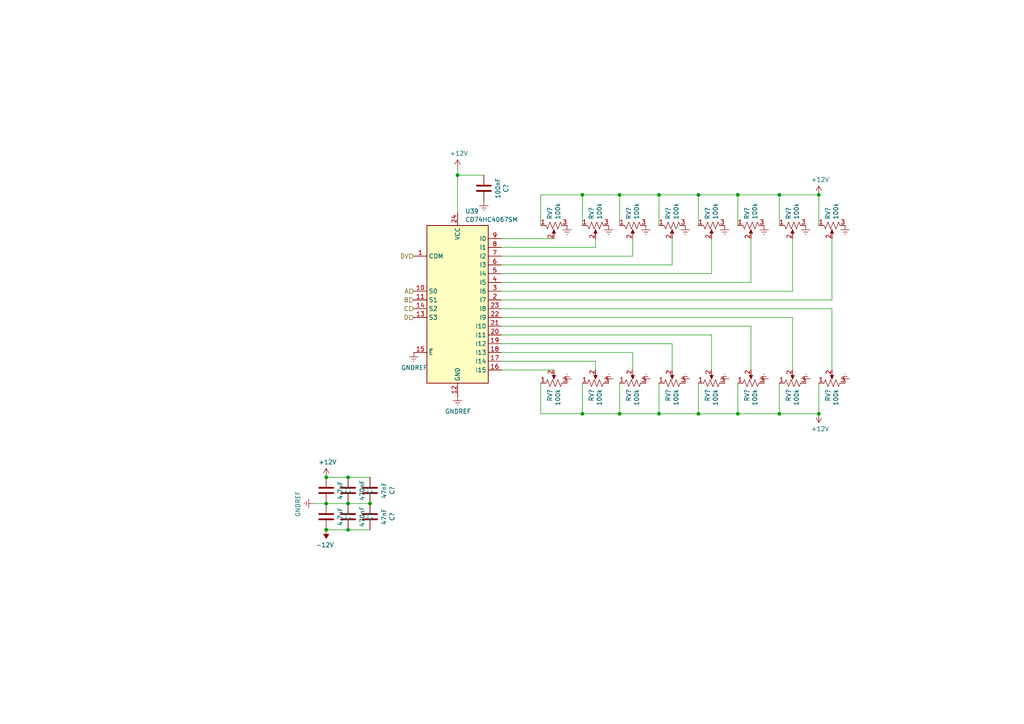
<source format=kicad_sch>
(kicad_sch (version 20230121) (generator eeschema)
  (paper "A4")
  (lib_symbols
    (symbol "74xx:CD74HC4067SM"
      (property "Reference" "U" (at -8.89 22.86 0))
      (property "Value" "CD74HC4067SM" (at 1.27 22.86 0))
      (symbol "CD74HC4067SM_0_1"
        (rectangle (start -8.89 21.59) (end 8.89 -24.13) (stroke (width 0.254)) (fill (type background)))
      )
      (symbol "CD74HC4067SM_1_1"
        (pin passive line (at -12.7 12.7 0) (length 3.81) (name "COM") (number "1"))
        (pin input line (at -12.7 2.54 0) (length 3.81) (name "S0") (number "10"))
        (pin input line (at -12.7 0 0) (length 3.81) (name "S1") (number "11"))
        (pin power_in line (at 0 -27.94 90) (length 3.81) (name "GND") (number "12"))
        (pin input line (at -12.7 -5.08 0) (length 3.81) (name "S3") (number "13"))
        (pin input line (at -12.7 -2.54 0) (length 3.81) (name "S2") (number "14"))
        (pin input line (at -12.7 -15.24 0) (length 3.81) (name "~{E}") (number "15"))
        (pin passive line (at 12.7 -20.32 180) (length 3.81) (name "I15") (number "16"))
        (pin passive line (at 12.7 -17.78 180) (length 3.81) (name "I14") (number "17"))
        (pin passive line (at 12.7 -15.24 180) (length 3.81) (name "I13") (number "18"))
        (pin passive line (at 12.7 -12.7 180) (length 3.81) (name "I12") (number "19"))
        (pin passive line (at 12.7 0 180) (length 3.81) (name "I7") (number "2"))
        (pin passive line (at 12.7 -10.16 180) (length 3.81) (name "I11") (number "20"))
        (pin passive line (at 12.7 -7.62 180) (length 3.81) (name "I10") (number "21"))
        (pin passive line (at 12.7 -5.08 180) (length 3.81) (name "I9") (number "22"))
        (pin passive line (at 12.7 -2.54 180) (length 3.81) (name "I8") (number "23"))
        (pin power_in line (at 0 25.4 270) (length 3.81) (name "VCC") (number "24"))
        (pin passive line (at 12.7 2.54 180) (length 3.81) (name "I6") (number "3"))
        (pin passive line (at 12.7 5.08 180) (length 3.81) (name "I5") (number "4"))
        (pin passive line (at 12.7 7.62 180) (length 3.81) (name "I4") (number "5"))
        (pin passive line (at 12.7 10.16 180) (length 3.81) (name "I3") (number "6"))
        (pin passive line (at 12.7 12.7 180) (length 3.81) (name "I2") (number "7"))
        (pin passive line (at 12.7 15.24 180) (length 3.81) (name "I1") (number "8"))
        (pin passive line (at 12.7 17.78 180) (length 3.81) (name "I0") (number "9"))
      )
    )
    (symbol "Device:C" (pin_numbers hide) (pin_names (offset 0.254))
      (property "Reference" "C" (at 0.635 2.54 0))
      (property "Value" "C" (at 0.635 -2.54 0))
      (symbol "C_0_1"
        (polyline (pts (xy -2.032 -0.762) (xy 2.032 -0.762)) (stroke (width 0.508)))
        (polyline (pts (xy -2.032 0.762) (xy 2.032 0.762)) (stroke (width 0.508)))
      )
      (symbol "C_1_1"
        (pin passive line (at 0 3.81 270) (length 2.794) (name "~") (number "1"))
        (pin passive line (at 0 -3.81 90) (length 2.794) (name "~") (number "2"))
      )
    )
    (symbol "SynthProj-rescue:R_POT_US-Device" (pin_names (offset 1.016) hide)
      (property "Reference" "RV" (at -4.445 0 90))
      (property "Value" "Device_R_POT_US" (at -2.54 0 90))
      (symbol "R_POT_US-Device_0_1"
        (polyline (pts (xy 0 -2.286) (xy 0 -2.54)))
        (polyline (pts (xy 0 2.54) (xy 0 2.286)))
        (polyline (pts (xy 2.54 0) (xy 1.524 0)))
        (polyline (pts (xy 1.143 0) (xy 2.286 0.508) (xy 2.286 -0.508) (xy 1.143 0)) (fill (type outline)))
        (polyline (pts (xy 0 -0.762) (xy 1.016 -1.143) (xy 0 -1.524) (xy -1.016 -1.905) (xy 0 -2.286)))
        (polyline (pts (xy 0 0.762) (xy 1.016 0.381) (xy 0 0) (xy -1.016 -0.381) (xy 0 -0.762)))
        (polyline (pts (xy 0 2.286) (xy 1.016 1.905) (xy 0 1.524) (xy -1.016 1.143) (xy 0 0.762)))
      )
      (symbol "R_POT_US-Device_1_1"
        (pin passive line (at 0 3.81 270) (length 1.27) (name "1") (number "1"))
        (pin passive line (at 3.81 0 180) (length 1.27) (name "2") (number "2"))
        (pin passive line (at 0 -3.81 90) (length 1.27) (name "3") (number "3"))
      )
    )
    (symbol "power:+12V" (power) (pin_names (offset 0))
      (property "Value" "+12V" (at 0 3.556 0))
      (symbol "+12V_0_1"
        (polyline (pts (xy -0.762 1.27) (xy 0 2.54)))
        (polyline (pts (xy 0 0) (xy 0 2.54)))
        (polyline (pts (xy 0 2.54) (xy 0.762 1.27)))
      )
      (symbol "+12V_1_1"
        (pin power_in line (at 0 0 90) (length 0) hide (name "+12V") (number "1"))
      )
    )
    (symbol "power:-12V" (power) (pin_names (offset 0))
      (property "Value" "-12V" (at 0 3.81 0))
      (symbol "-12V_0_0"
        (pin power_in line (at 0 0 90) (length 0) hide (name "-12V") (number "1"))
      )
      (symbol "-12V_0_1"
        (polyline (pts (xy 0 0) (xy 0 1.27) (xy 0.762 1.27) (xy 0 2.54) (xy -0.762 1.27) (xy 0 1.27)) (fill (type outline)))
      )
    )
    (symbol "power:GNDREF" (power) (pin_names (offset 0))
      (property "Value" "GNDREF" (at 0 -3.81 0))
      (symbol "GNDREF_0_1"
        (polyline (pts (xy -0.635 -1.905) (xy 0.635 -1.905)))
        (polyline (pts (xy -0.127 -2.54) (xy 0.127 -2.54)))
        (polyline (pts (xy 0 -1.27) (xy 0 0)))
        (polyline (pts (xy 1.27 -1.27) (xy -1.27 -1.27)))
      )
      (symbol "GNDREF_1_1"
        (pin power_in line (at 0 0 270) (length 0) hide (name "GNDREF") (number "1"))
      )
    )
  )
  (junction (at 226.06 120.015))
  (junction (at 179.705 120.015))
  (junction (at 94.615 153.67))
  (junction (at 237.49 120.015))
  (junction (at 179.705 56.515))
  (junction (at 94.615 138.43))
  (junction (at 94.615 146.05))
  (junction (at 107.315 146.05))
  (junction (at 191.135 120.015))
  (junction (at 168.91 56.515))
  (junction (at 237.49 56.515))
  (junction (at 100.965 153.67))
  (junction (at 168.91 120.015))
  (junction (at 202.565 56.515))
  (junction (at 202.565 120.015))
  (junction (at 132.715 50.8))
  (junction (at 213.995 120.015))
  (junction (at 213.995 56.515))
  (junction (at 191.135 56.515))
  (junction (at 226.06 56.515))
  (junction (at 100.965 146.05))
  (junction (at 100.965 138.43))
  (wire (pts (xy 145.415 86.995) (xy 241.3 86.995)))
  (wire (pts (xy 194.945 99.695) (xy 194.945 107.315)))
  (wire (pts (xy 168.91 56.515) (xy 168.91 65.405)))
  (wire (pts (xy 179.705 56.515) (xy 179.705 65.405)))
  (wire (pts (xy 226.06 56.515) (xy 237.49 56.515)))
  (wire (pts (xy 156.845 65.405) (xy 156.845 56.515)))
  (wire (pts (xy 191.135 56.515) (xy 202.565 56.515)))
  (wire (pts (xy 241.3 86.995) (xy 241.3 69.215)))
  (wire (pts (xy 226.06 56.515) (xy 226.06 65.405)))
  (wire (pts (xy 217.805 94.615) (xy 217.805 107.315)))
  (wire (pts (xy 237.49 56.515) (xy 237.49 65.405)))
  (wire (pts (xy 179.705 56.515) (xy 191.135 56.515)))
  (wire (pts (xy 226.06 120.015) (xy 237.49 120.015)))
  (wire (pts (xy 145.415 81.915) (xy 217.805 81.915)))
  (wire (pts (xy 145.415 97.155) (xy 206.375 97.155)))
  (wire (pts (xy 202.565 111.125) (xy 202.565 120.015)))
  (wire (pts (xy 172.72 71.755) (xy 172.72 69.215)))
  (wire (pts (xy 145.415 71.755) (xy 172.72 71.755)))
  (wire (pts (xy 213.995 111.125) (xy 213.995 120.015)))
  (wire (pts (xy 202.565 56.515) (xy 202.565 65.405)))
  (wire (pts (xy 206.375 97.155) (xy 206.375 107.315)))
  (wire (pts (xy 168.91 56.515) (xy 179.705 56.515)))
  (wire (pts (xy 156.845 56.515) (xy 168.91 56.515)))
  (wire (pts (xy 100.965 153.67) (xy 107.315 153.67)))
  (wire (pts (xy 100.965 146.05) (xy 107.315 146.05)))
  (wire (pts (xy 213.995 120.015) (xy 226.06 120.015)))
  (wire (pts (xy 183.515 74.295) (xy 183.515 69.215)))
  (wire (pts (xy 229.87 84.455) (xy 229.87 69.215)))
  (wire (pts (xy 132.715 48.895) (xy 132.715 50.8)))
  (wire (pts (xy 100.965 138.43) (xy 107.315 138.43)))
  (wire (pts (xy 140.335 50.8) (xy 132.715 50.8)))
  (wire (pts (xy 156.845 111.125) (xy 156.845 120.015)))
  (wire (pts (xy 145.415 76.835) (xy 194.945 76.835)))
  (wire (pts (xy 172.72 104.775) (xy 172.72 107.315)))
  (wire (pts (xy 213.995 56.515) (xy 213.995 65.405)))
  (wire (pts (xy 94.615 146.05) (xy 100.965 146.05)))
  (wire (pts (xy 226.06 111.125) (xy 226.06 120.015)))
  (wire (pts (xy 156.845 120.015) (xy 168.91 120.015)))
  (wire (pts (xy 168.91 120.015) (xy 179.705 120.015)))
  (wire (pts (xy 179.705 111.125) (xy 179.705 120.015)))
  (wire (pts (xy 145.415 89.535) (xy 241.3 89.535)))
  (wire (pts (xy 94.615 153.67) (xy 100.965 153.67)))
  (wire (pts (xy 202.565 120.015) (xy 213.995 120.015)))
  (wire (pts (xy 237.49 120.015) (xy 237.49 111.125)))
  (wire (pts (xy 206.375 79.375) (xy 206.375 69.215)))
  (wire (pts (xy 217.805 81.915) (xy 217.805 69.215)))
  (wire (pts (xy 229.87 92.075) (xy 229.87 107.315)))
  (wire (pts (xy 241.3 89.535) (xy 241.3 107.315)))
  (wire (pts (xy 202.565 56.515) (xy 213.995 56.515)))
  (wire (pts (xy 168.91 111.125) (xy 168.91 120.015)))
  (wire (pts (xy 145.415 94.615) (xy 217.805 94.615)))
  (wire (pts (xy 145.415 102.235) (xy 183.515 102.235)))
  (wire (pts (xy 145.415 107.315) (xy 160.655 107.315)))
  (wire (pts (xy 179.705 120.015) (xy 191.135 120.015)))
  (wire (pts (xy 132.715 50.8) (xy 132.715 61.595)))
  (wire (pts (xy 145.415 92.075) (xy 229.87 92.075)))
  (wire (pts (xy 145.415 69.215) (xy 160.655 69.215)))
  (wire (pts (xy 145.415 84.455) (xy 229.87 84.455)))
  (wire (pts (xy 145.415 104.775) (xy 172.72 104.775)))
  (wire (pts (xy 145.415 99.695) (xy 194.945 99.695)))
  (wire (pts (xy 145.415 74.295) (xy 183.515 74.295)))
  (wire (pts (xy 183.515 102.235) (xy 183.515 107.315)))
  (wire (pts (xy 145.415 79.375) (xy 206.375 79.375)))
  (wire (pts (xy 194.945 76.835) (xy 194.945 69.215)))
  (wire (pts (xy 191.135 111.125) (xy 191.135 120.015)))
  (wire (pts (xy 191.135 120.015) (xy 202.565 120.015)))
  (wire (pts (xy 191.135 56.515) (xy 191.135 65.405)))
  (wire (pts (xy 94.615 138.43) (xy 100.965 138.43)))
  (wire (pts (xy 90.805 146.05) (xy 94.615 146.05)))
  (wire (pts (xy 213.995 56.515) (xy 226.06 56.515)))
  (hierarchical_label "C" (shape input) (at 120.015 89.535 180))
  (hierarchical_label "D" (shape input) (at 120.015 92.075 180))
  (hierarchical_label "A" (shape input) (at 120.015 84.455 180))
  (hierarchical_label "B" (shape input) (at 120.015 86.995 180))
  (hierarchical_label "DV" (shape input) (at 120.015 74.295 180))
  (symbol (lib_id "power:GNDREF") (at 164.465 65.405 0) (unit 1)
    (property "Reference" "#PWR?" (effects hide))
    (property "Value" "GNDREF" (effects hide))
    (instances (project "SoundLab16StepSequencer" (path "" (reference "#PWR?") (unit 1))) (project "SynthProj" (path "" (reference "#PWR?") (unit 1)) (path "" (reference "#PWR?") (unit 1)) (path "" (reference "#PWR?") (unit 1)) (path "" (reference "#PWR?") (unit 1)) (path "" (reference "#PWR0428") (unit 1))))
  )
  (symbol (lib_id "74xx:CD74HC4067SM") (at 132.715 86.995 0) (unit 1)
    (property "Reference" "U39" (at 134.9091 61.2607 0) (effects (justify left)))
    (property "Value" "CD74HC4067SM" (at 134.9091 63.6849 0) (effects (justify left)))
    (property "Footprint" "Package_SO:SSOP-24_5.3x8.2mm_P0.65mm" (effects hide))
    (property "Datasheet" "http://www.ti.com/lit/ds/symlink/cd74hc4067.pdf" (effects hide))
  )
  (symbol (lib_id "SynthProj-rescue:R_POT_US-Device") (at 241.3 65.405 90) (mirror x) (unit 1)
    (property "Reference" "RV?" (at 240.1316 63.7032 0) (effects (justify right)))
    (property "Value" "100k" (at 242.443 63.7032 0) (effects (justify right)))
    (property "Footprint" "Potentiometer_THT:Potentiometer_Alps_RK09K_Single_Vertical" (effects hide))
    (instances (project "SoundLab16StepSequencer" (path "" (reference "RV?") (unit 1))) (project "SynthProj" (path "" (reference "RV?") (unit 1)) (path "" (reference "RV?") (unit 1)) (path "" (reference "RV?") (unit 1)) (path "" (reference "RV?") (unit 1)) (path "" (reference "RV95") (unit 1))))
  )
  (symbol (lib_id "power:GNDREF") (at 132.715 114.935 0) (unit 1)
    (property "Reference" "#PWR?" (effects hide))
    (property "Value" "GNDREF" (at 132.842 119.3292 0))
    (instances (project "SoundLab16StepSequencer" (path "" (reference "#PWR?") (unit 1))) (project "SynthProj" (path "" (reference "#PWR?") (unit 1)) (path "" (reference "#PWR?") (unit 1)) (path "" (reference "#PWR?") (unit 1)) (path "" (reference "#PWR?") (unit 1)) (path "" (reference "#PWR0426") (unit 1))))
  )
  (symbol (lib_id "Device:C") (at 94.615 142.24 180) (unit 1)
    (property "Reference" "C?" (at 101.0158 142.24 90))
    (property "Value" "4.7uF" (at 98.7044 142.24 90))
    (property "Footprint" "Capacitor_SMD:C_0805_2012Metric" (effects hide))
    (instances (project "SoundLab16StepSequencer" (path "" (reference "C?") (unit 1))) (project "SynthProj" (path "" (reference "C?") (unit 1)) (path "" (reference "C?") (unit 1)) (path "" (reference "C?") (unit 1)) (path "" (reference "C?") (unit 1)) (path "" (reference "C188") (unit 1))))
  )
  (symbol (lib_id "power:+12V") (at 94.615 138.43 0) (unit 1)
    (property "Reference" "#PWR?" (effects hide))
    (property "Value" "+12V" (at 94.996 134.0358 0))
    (instances (project "SoundLab16StepSequencer" (path "" (reference "#PWR?") (unit 1))) (project "SynthProj" (path "" (reference "#PWR?") (unit 1)) (path "" (reference "#PWR?") (unit 1)) (path "" (reference "#PWR?") (unit 1)) (path "" (reference "#PWR?") (unit 1)) (path "" (reference "#PWR0422") (unit 1))))
  )
  (symbol (lib_id "power:GNDREF") (at 90.805 146.05 270) (unit 1)
    (property "Reference" "#PWR?" (effects hide))
    (property "Value" "GNDREF" (at 86.4108 146.177 0))
    (instances (project "SoundLab16StepSequencer" (path "" (reference "#PWR?") (unit 1))) (project "SynthProj" (path "" (reference "#PWR?") (unit 1)) (path "" (reference "#PWR?") (unit 1)) (path "" (reference "#PWR?") (unit 1)) (path "" (reference "#PWR?") (unit 1)) (path "" (reference "#PWR0421") (unit 1))))
  )
  (symbol (lib_id "SynthProj-rescue:R_POT_US-Device") (at 160.655 111.125 90) (unit 1)
    (property "Reference" "RV?" (at 159.4866 112.8268 0) (effects (justify right)))
    (property "Value" "100k" (at 161.798 112.8268 0) (effects (justify right)))
    (property "Footprint" "Potentiometer_THT:Potentiometer_Alps_RK09K_Single_Vertical" (effects hide))
    (instances (project "SoundLab16StepSequencer" (path "" (reference "RV?") (unit 1))) (project "SynthProj" (path "" (reference "RV?") (unit 1)) (path "" (reference "RV?") (unit 1)) (path "" (reference "RV?") (unit 1)) (path "" (reference "RV?") (unit 1)) (path "" (reference "RV82") (unit 1))))
  )
  (symbol (lib_id "SynthProj-rescue:R_POT_US-Device") (at 206.375 111.125 90) (unit 1)
    (property "Reference" "RV?" (at 205.2066 112.8268 0) (effects (justify right)))
    (property "Value" "100k" (at 207.518 112.8268 0) (effects (justify right)))
    (property "Footprint" "Potentiometer_THT:Potentiometer_Alps_RK09K_Single_Vertical" (effects hide))
    (instances (project "SoundLab16StepSequencer" (path "" (reference "RV?") (unit 1))) (project "SynthProj" (path "" (reference "RV?") (unit 1)) (path "" (reference "RV?") (unit 1)) (path "" (reference "RV?") (unit 1)) (path "" (reference "RV?") (unit 1)) (path "" (reference "RV90") (unit 1))))
  )
  (symbol (lib_id "power:GNDREF") (at 210.185 65.405 0) (unit 1)
    (property "Reference" "#PWR?" (effects hide))
    (property "Value" "GNDREF" (effects hide))
    (instances (project "SoundLab16StepSequencer" (path "" (reference "#PWR?") (unit 1))) (project "SynthProj" (path "" (reference "#PWR?") (unit 1)) (path "" (reference "#PWR?") (unit 1)) (path "" (reference "#PWR?") (unit 1)) (path "" (reference "#PWR?") (unit 1)) (path "" (reference "#PWR0436") (unit 1))))
  )
  (symbol (lib_id "power:GNDREF") (at 221.615 111.125 0) (mirror x) (unit 1)
    (property "Reference" "#PWR?" (effects hide))
    (property "Value" "GNDREF" (effects hide))
    (instances (project "SoundLab16StepSequencer" (path "" (reference "#PWR?") (unit 1))) (project "SynthProj" (path "" (reference "#PWR?") (unit 1)) (path "" (reference "#PWR?") (unit 1)) (path "" (reference "#PWR?") (unit 1)) (path "" (reference "#PWR?") (unit 1)) (path "" (reference "#PWR0439") (unit 1))))
  )
  (symbol (lib_id "SynthProj-rescue:R_POT_US-Device") (at 183.515 111.125 90) (unit 1)
    (property "Reference" "RV?" (at 182.3466 112.8268 0) (effects (justify right)))
    (property "Value" "100k" (at 184.658 112.8268 0) (effects (justify right)))
    (property "Footprint" "Potentiometer_THT:Potentiometer_Alps_RK09K_Single_Vertical" (effects hide))
    (instances (project "SoundLab16StepSequencer" (path "" (reference "RV?") (unit 1))) (project "SynthProj" (path "" (reference "RV?") (unit 1)) (path "" (reference "RV?") (unit 1)) (path "" (reference "RV?") (unit 1)) (path "" (reference "RV?") (unit 1)) (path "" (reference "RV86") (unit 1))))
  )
  (symbol (lib_id "SynthProj-rescue:R_POT_US-Device") (at 217.805 65.405 90) (mirror x) (unit 1)
    (property "Reference" "RV?" (at 216.6366 63.7032 0) (effects (justify right)))
    (property "Value" "100k" (at 218.948 63.7032 0) (effects (justify right)))
    (property "Footprint" "Potentiometer_THT:Potentiometer_Alps_RK09K_Single_Vertical" (effects hide))
    (instances (project "SoundLab16StepSequencer" (path "" (reference "RV?") (unit 1))) (project "SynthProj" (path "" (reference "RV?") (unit 1)) (path "" (reference "RV?") (unit 1)) (path "" (reference "RV?") (unit 1)) (path "" (reference "RV?") (unit 1)) (path "" (reference "RV91") (unit 1))))
  )
  (symbol (lib_id "SynthProj-rescue:R_POT_US-Device") (at 241.3 111.125 90) (unit 1)
    (property "Reference" "RV?" (at 240.1316 112.8268 0) (effects (justify right)))
    (property "Value" "100k" (at 242.443 112.8268 0) (effects (justify right)))
    (property "Footprint" "Potentiometer_THT:Potentiometer_Alps_RK09K_Single_Vertical" (effects hide))
    (instances (project "SoundLab16StepSequencer" (path "" (reference "RV?") (unit 1))) (project "SynthProj" (path "" (reference "RV?") (unit 1)) (path "" (reference "RV?") (unit 1)) (path "" (reference "RV?") (unit 1)) (path "" (reference "RV?") (unit 1)) (path "" (reference "RV96") (unit 1))))
  )
  (symbol (lib_id "SynthProj-rescue:R_POT_US-Device") (at 206.375 65.405 90) (mirror x) (unit 1)
    (property "Reference" "RV?" (at 205.2066 63.7032 0) (effects (justify right)))
    (property "Value" "100k" (at 207.518 63.7032 0) (effects (justify right)))
    (property "Footprint" "Potentiometer_THT:Potentiometer_Alps_RK09K_Single_Vertical" (effects hide))
    (instances (project "SoundLab16StepSequencer" (path "" (reference "RV?") (unit 1))) (project "SynthProj" (path "" (reference "RV?") (unit 1)) (path "" (reference "RV?") (unit 1)) (path "" (reference "RV?") (unit 1)) (path "" (reference "RV?") (unit 1)) (path "" (reference "RV89") (unit 1))))
  )
  (symbol (lib_id "Device:C") (at 94.615 149.86 180) (unit 1)
    (property "Reference" "C?" (at 101.0158 149.86 90))
    (property "Value" "4.7uF" (at 98.7044 149.86 90))
    (property "Footprint" "Capacitor_SMD:C_0805_2012Metric" (effects hide))
    (instances (project "SoundLab16StepSequencer" (path "" (reference "C?") (unit 1))) (project "SynthProj" (path "" (reference "C?") (unit 1)) (path "" (reference "C?") (unit 1)) (path "" (reference "C?") (unit 1)) (path "" (reference "C?") (unit 1)) (path "" (reference "C189") (unit 1))))
  )
  (symbol (lib_id "SynthProj-rescue:R_POT_US-Device") (at 194.945 111.125 90) (unit 1)
    (property "Reference" "RV?" (at 193.7766 112.8268 0) (effects (justify right)))
    (property "Value" "100k" (at 196.088 112.8268 0) (effects (justify right)))
    (property "Footprint" "Potentiometer_THT:Potentiometer_Alps_RK09K_Single_Vertical" (effects hide))
    (instances (project "SoundLab16StepSequencer" (path "" (reference "RV?") (unit 1))) (project "SynthProj" (path "" (reference "RV?") (unit 1)) (path "" (reference "RV?") (unit 1)) (path "" (reference "RV?") (unit 1)) (path "" (reference "RV?") (unit 1)) (path "" (reference "RV88") (unit 1))))
  )
  (symbol (lib_id "power:GNDREF") (at 120.015 102.235 0) (unit 1)
    (property "Reference" "#PWR?" (effects hide))
    (property "Value" "GNDREF" (at 120.142 106.6292 0))
    (instances (project "SoundLab16StepSequencer" (path "" (reference "#PWR?") (unit 1))) (project "SynthProj" (path "" (reference "#PWR?") (unit 1)) (path "" (reference "#PWR?") (unit 1)) (path "" (reference "#PWR?") (unit 1)) (path "" (reference "#PWR?") (unit 1)) (path "" (reference "#PWR0424") (unit 1))))
  )
  (symbol (lib_id "power:GNDREF") (at 187.325 65.405 0) (unit 1)
    (property "Reference" "#PWR?" (effects hide))
    (property "Value" "GNDREF" (effects hide))
    (instances (project "SoundLab16StepSequencer" (path "" (reference "#PWR?") (unit 1))) (project "SynthProj" (path "" (reference "#PWR?") (unit 1)) (path "" (reference "#PWR?") (unit 1)) (path "" (reference "#PWR?") (unit 1)) (path "" (reference "#PWR?") (unit 1)) (path "" (reference "#PWR0432") (unit 1))))
  )
  (symbol (lib_id "SynthProj-rescue:R_POT_US-Device") (at 229.87 111.125 90) (unit 1)
    (property "Reference" "RV?" (at 228.7016 112.8268 0) (effects (justify right)))
    (property "Value" "100k" (at 231.013 112.8268 0) (effects (justify right)))
    (property "Footprint" "Potentiometer_THT:Potentiometer_Alps_RK09K_Single_Vertical" (effects hide))
    (instances (project "SoundLab16StepSequencer" (path "" (reference "RV?") (unit 1))) (project "SynthProj" (path "" (reference "RV?") (unit 1)) (path "" (reference "RV?") (unit 1)) (path "" (reference "RV?") (unit 1)) (path "" (reference "RV?") (unit 1)) (path "" (reference "RV94") (unit 1))))
  )
  (symbol (lib_id "SynthProj-rescue:R_POT_US-Device") (at 194.945 65.405 90) (mirror x) (unit 1)
    (property "Reference" "RV?" (at 193.7766 63.7032 0) (effects (justify right)))
    (property "Value" "100k" (at 196.088 63.7032 0) (effects (justify right)))
    (property "Footprint" "Potentiometer_THT:Potentiometer_Alps_RK09K_Single_Vertical" (effects hide))
    (instances (project "SoundLab16StepSequencer" (path "" (reference "RV?") (unit 1))) (project "SynthProj" (path "" (reference "RV?") (unit 1)) (path "" (reference "RV?") (unit 1)) (path "" (reference "RV?") (unit 1)) (path "" (reference "RV?") (unit 1)) (path "" (reference "RV87") (unit 1))))
  )
  (symbol (lib_id "power:GNDREF") (at 164.465 111.125 0) (mirror x) (unit 1)
    (property "Reference" "#PWR?" (effects hide))
    (property "Value" "GNDREF" (effects hide))
    (instances (project "SoundLab16StepSequencer" (path "" (reference "#PWR?") (unit 1))) (project "SynthProj" (path "" (reference "#PWR?") (unit 1)) (path "" (reference "#PWR?") (unit 1)) (path "" (reference "#PWR?") (unit 1)) (path "" (reference "#PWR?") (unit 1)) (path "" (reference "#PWR0429") (unit 1))))
  )
  (symbol (lib_id "power:GNDREF") (at 221.615 65.405 0) (unit 1)
    (property "Reference" "#PWR?" (effects hide))
    (property "Value" "GNDREF" (effects hide))
    (instances (project "SoundLab16StepSequencer" (path "" (reference "#PWR?") (unit 1))) (project "SynthProj" (path "" (reference "#PWR?") (unit 1)) (path "" (reference "#PWR?") (unit 1)) (path "" (reference "#PWR?") (unit 1)) (path "" (reference "#PWR?") (unit 1)) (path "" (reference "#PWR0438") (unit 1))))
  )
  (symbol (lib_id "Device:C") (at 107.315 142.24 180) (unit 1)
    (property "Reference" "C?" (at 113.7158 142.24 90))
    (property "Value" "47nF" (at 111.4044 142.24 90))
    (property "Footprint" "Capacitor_SMD:C_0603_1608Metric" (effects hide))
    (instances (project "SoundLab16StepSequencer" (path "" (reference "C?") (unit 1))) (project "SynthProj" (path "" (reference "C?") (unit 1)) (path "" (reference "C?") (unit 1)) (path "" (reference "C?") (unit 1)) (path "" (reference "C?") (unit 1)) (path "" (reference "C192") (unit 1))))
  )
  (symbol (lib_id "power:+12V") (at 237.49 120.015 0) (mirror x) (unit 1)
    (property "Reference" "#PWR?" (effects hide))
    (property "Value" "+12V" (at 237.871 124.4092 0))
    (instances (project "SoundLab16StepSequencer" (path "" (reference "#PWR?") (unit 1))) (project "SynthProj" (path "" (reference "#PWR?") (unit 1)) (path "" (reference "#PWR?") (unit 1)) (path "" (reference "#PWR?") (unit 1)) (path "" (reference "#PWR?") (unit 1)) (path "" (reference "#PWR0443") (unit 1))))
  )
  (symbol (lib_id "power:GNDREF") (at 245.11 111.125 0) (mirror x) (unit 1)
    (property "Reference" "#PWR?" (effects hide))
    (property "Value" "GNDREF" (effects hide))
    (instances (project "SoundLab16StepSequencer" (path "" (reference "#PWR?") (unit 1))) (project "SynthProj" (path "" (reference "#PWR?") (unit 1)) (path "" (reference "#PWR?") (unit 1)) (path "" (reference "#PWR?") (unit 1)) (path "" (reference "#PWR?") (unit 1)) (path "" (reference "#PWR0445") (unit 1))))
  )
  (symbol (lib_id "power:GNDREF") (at 210.185 111.125 0) (mirror x) (unit 1)
    (property "Reference" "#PWR?" (effects hide))
    (property "Value" "GNDREF" (effects hide))
    (instances (project "SoundLab16StepSequencer" (path "" (reference "#PWR?") (unit 1))) (project "SynthProj" (path "" (reference "#PWR?") (unit 1)) (path "" (reference "#PWR?") (unit 1)) (path "" (reference "#PWR?") (unit 1)) (path "" (reference "#PWR?") (unit 1)) (path "" (reference "#PWR0437") (unit 1))))
  )
  (symbol (lib_id "SynthProj-rescue:R_POT_US-Device") (at 183.515 65.405 90) (mirror x) (unit 1)
    (property "Reference" "RV?" (at 182.3466 63.7032 0) (effects (justify right)))
    (property "Value" "100k" (at 184.658 63.7032 0) (effects (justify right)))
    (property "Footprint" "Potentiometer_THT:Potentiometer_Alps_RK09K_Single_Vertical" (effects hide))
    (instances (project "SoundLab16StepSequencer" (path "" (reference "RV?") (unit 1))) (project "SynthProj" (path "" (reference "RV?") (unit 1)) (path "" (reference "RV?") (unit 1)) (path "" (reference "RV?") (unit 1)) (path "" (reference "RV?") (unit 1)) (path "" (reference "RV85") (unit 1))))
  )
  (symbol (lib_id "power:-12V") (at 94.615 153.67 180) (unit 1)
    (property "Reference" "#PWR?" (effects hide))
    (property "Value" "-12V" (at 94.234 158.0642 0))
    (instances (project "SoundLab16StepSequencer" (path "" (reference "#PWR?") (unit 1))) (project "SynthProj" (path "" (reference "#PWR?") (unit 1)) (path "" (reference "#PWR?") (unit 1)) (path "" (reference "#PWR?") (unit 1)) (path "" (reference "#PWR?") (unit 1)) (path "" (reference "#PWR0423") (unit 1))))
  )
  (symbol (lib_id "power:GNDREF") (at 176.53 111.125 0) (mirror x) (unit 1)
    (property "Reference" "#PWR?" (effects hide))
    (property "Value" "GNDREF" (effects hide))
    (instances (project "SoundLab16StepSequencer" (path "" (reference "#PWR?") (unit 1))) (project "SynthProj" (path "" (reference "#PWR?") (unit 1)) (path "" (reference "#PWR?") (unit 1)) (path "" (reference "#PWR?") (unit 1)) (path "" (reference "#PWR?") (unit 1)) (path "" (reference "#PWR0431") (unit 1))))
  )
  (symbol (lib_id "power:+12V") (at 132.715 48.895 0) (unit 1)
    (property "Reference" "#PWR?" (effects hide))
    (property "Value" "+12V" (at 133.096 44.5008 0))
    (instances (project "SoundLab16StepSequencer" (path "" (reference "#PWR?") (unit 1))) (project "SynthProj" (path "" (reference "#PWR?") (unit 1)) (path "" (reference "#PWR?") (unit 1)) (path "" (reference "#PWR?") (unit 1)) (path "" (reference "#PWR?") (unit 1)) (path "" (reference "#PWR0425") (unit 1))))
  )
  (symbol (lib_id "SynthProj-rescue:R_POT_US-Device") (at 172.72 65.405 90) (mirror x) (unit 1)
    (property "Reference" "RV?" (at 171.5516 63.7032 0) (effects (justify right)))
    (property "Value" "100k" (at 173.863 63.7032 0) (effects (justify right)))
    (property "Footprint" "Potentiometer_THT:Potentiometer_Alps_RK09K_Single_Vertical" (effects hide))
    (instances (project "SoundLab16StepSequencer" (path "" (reference "RV?") (unit 1))) (project "SynthProj" (path "" (reference "RV?") (unit 1)) (path "" (reference "RV?") (unit 1)) (path "" (reference "RV?") (unit 1)) (path "" (reference "RV?") (unit 1)) (path "" (reference "RV83") (unit 1))))
  )
  (symbol (lib_id "power:GNDREF") (at 176.53 65.405 0) (unit 1)
    (property "Reference" "#PWR?" (effects hide))
    (property "Value" "GNDREF" (effects hide))
    (instances (project "SoundLab16StepSequencer" (path "" (reference "#PWR?") (unit 1))) (project "SynthProj" (path "" (reference "#PWR?") (unit 1)) (path "" (reference "#PWR?") (unit 1)) (path "" (reference "#PWR?") (unit 1)) (path "" (reference "#PWR?") (unit 1)) (path "" (reference "#PWR0430") (unit 1))))
  )
  (symbol (lib_id "SynthProj-rescue:R_POT_US-Device") (at 229.87 65.405 90) (mirror x) (unit 1)
    (property "Reference" "RV?" (at 228.7016 63.7032 0) (effects (justify right)))
    (property "Value" "100k" (at 231.013 63.7032 0) (effects (justify right)))
    (property "Footprint" "Potentiometer_THT:Potentiometer_Alps_RK09K_Single_Vertical" (effects hide))
    (instances (project "SoundLab16StepSequencer" (path "" (reference "RV?") (unit 1))) (project "SynthProj" (path "" (reference "RV?") (unit 1)) (path "" (reference "RV?") (unit 1)) (path "" (reference "RV?") (unit 1)) (path "" (reference "RV?") (unit 1)) (path "" (reference "RV93") (unit 1))))
  )
  (symbol (lib_id "power:+12V") (at 237.49 56.515 0) (unit 1)
    (property "Reference" "#PWR?" (effects hide))
    (property "Value" "+12V" (at 237.871 52.1208 0))
    (instances (project "SoundLab16StepSequencer" (path "" (reference "#PWR?") (unit 1))) (project "SynthProj" (path "" (reference "#PWR?") (unit 1)) (path "" (reference "#PWR?") (unit 1)) (path "" (reference "#PWR?") (unit 1)) (path "" (reference "#PWR?") (unit 1)) (path "" (reference "#PWR0442") (unit 1))))
  )
  (symbol (lib_id "Device:C") (at 100.965 149.86 180) (unit 1)
    (property "Reference" "C?" (at 107.3658 149.86 90))
    (property "Value" "470nF" (at 105.0544 149.86 90))
    (property "Footprint" "Capacitor_SMD:C_0805_2012Metric" (effects hide))
    (instances (project "SoundLab16StepSequencer" (path "" (reference "C?") (unit 1))) (project "SynthProj" (path "" (reference "C?") (unit 1)) (path "" (reference "C?") (unit 1)) (path "" (reference "C?") (unit 1)) (path "" (reference "C?") (unit 1)) (path "" (reference "C191") (unit 1))))
  )
  (symbol (lib_id "power:GNDREF") (at 198.755 111.125 0) (mirror x) (unit 1)
    (property "Reference" "#PWR?" (effects hide))
    (property "Value" "GNDREF" (effects hide))
    (instances (project "SoundLab16StepSequencer" (path "" (reference "#PWR?") (unit 1))) (project "SynthProj" (path "" (reference "#PWR?") (unit 1)) (path "" (reference "#PWR?") (unit 1)) (path "" (reference "#PWR?") (unit 1)) (path "" (reference "#PWR?") (unit 1)) (path "" (reference "#PWR0435") (unit 1))))
  )
  (symbol (lib_id "Device:C") (at 107.315 149.86 180) (unit 1)
    (property "Reference" "C?" (at 113.7158 149.86 90))
    (property "Value" "47nF" (at 111.4044 149.86 90))
    (property "Footprint" "Capacitor_SMD:C_0603_1608Metric" (effects hide))
    (instances (project "SoundLab16StepSequencer" (path "" (reference "C?") (unit 1))) (project "SynthProj" (path "" (reference "C?") (unit 1)) (path "" (reference "C?") (unit 1)) (path "" (reference "C?") (unit 1)) (path "" (reference "C?") (unit 1)) (path "" (reference "C193") (unit 1))))
  )
  (symbol (lib_id "Device:C") (at 140.335 54.61 180) (unit 1)
    (property "Reference" "C?" (at 146.7358 54.61 90))
    (property "Value" "100nF" (at 144.4244 54.61 90))
    (property "Footprint" "Capacitor_SMD:C_0603_1608Metric" (effects hide))
    (instances (project "SoundLab16StepSequencer" (path "" (reference "C?") (unit 1))) (project "SynthProj" (path "" (reference "C?") (unit 1)) (path "" (reference "C?") (unit 1)) (path "" (reference "C?") (unit 1)) (path "" (reference "C?") (unit 1)) (path "" (reference "C194") (unit 1))))
  )
  (symbol (lib_id "power:GNDREF") (at 198.755 65.405 0) (unit 1)
    (property "Reference" "#PWR?" (effects hide))
    (property "Value" "GNDREF" (effects hide))
    (instances (project "SoundLab16StepSequencer" (path "" (reference "#PWR?") (unit 1))) (project "SynthProj" (path "" (reference "#PWR?") (unit 1)) (path "" (reference "#PWR?") (unit 1)) (path "" (reference "#PWR?") (unit 1)) (path "" (reference "#PWR?") (unit 1)) (path "" (reference "#PWR0434") (unit 1))))
  )
  (symbol (lib_id "power:GNDREF") (at 245.11 65.405 0) (unit 1)
    (property "Reference" "#PWR?" (effects hide))
    (property "Value" "GNDREF" (effects hide))
    (instances (project "SoundLab16StepSequencer" (path "" (reference "#PWR?") (unit 1))) (project "SynthProj" (path "" (reference "#PWR?") (unit 1)) (path "" (reference "#PWR?") (unit 1)) (path "" (reference "#PWR?") (unit 1)) (path "" (reference "#PWR?") (unit 1)) (path "" (reference "#PWR0444") (unit 1))))
  )
  (symbol (lib_id "power:GNDREF") (at 140.335 58.42 0) (unit 1)
    (property "Reference" "#PWR?" (effects hide))
    (property "Value" "GNDREF" (effects hide))
    (instances (project "SoundLab16StepSequencer" (path "" (reference "#PWR?") (unit 1))) (project "SynthProj" (path "" (reference "#PWR?") (unit 1)) (path "" (reference "#PWR?") (unit 1)) (path "" (reference "#PWR?") (unit 1)) (path "" (reference "#PWR?") (unit 1)) (path "" (reference "#PWR0427") (unit 1))))
  )
  (symbol (lib_id "SynthProj-rescue:R_POT_US-Device") (at 217.805 111.125 90) (unit 1)
    (property "Reference" "RV?" (at 216.6366 112.8268 0) (effects (justify right)))
    (property "Value" "100k" (at 218.948 112.8268 0) (effects (justify right)))
    (property "Footprint" "Potentiometer_THT:Potentiometer_Alps_RK09K_Single_Vertical" (effects hide))
    (instances (project "SoundLab16StepSequencer" (path "" (reference "RV?") (unit 1))) (project "SynthProj" (path "" (reference "RV?") (unit 1)) (path "" (reference "RV?") (unit 1)) (path "" (reference "RV?") (unit 1)) (path "" (reference "RV?") (unit 1)) (path "" (reference "RV92") (unit 1))))
  )
  (symbol (lib_id "power:GNDREF") (at 187.325 111.125 0) (mirror x) (unit 1)
    (property "Reference" "#PWR?" (effects hide))
    (property "Value" "GNDREF" (effects hide))
    (instances (project "SoundLab16StepSequencer" (path "" (reference "#PWR?") (unit 1))) (project "SynthProj" (path "" (reference "#PWR?") (unit 1)) (path "" (reference "#PWR?") (unit 1)) (path "" (reference "#PWR?") (unit 1)) (path "" (reference "#PWR?") (unit 1)) (path "" (reference "#PWR0433") (unit 1))))
  )
  (symbol (lib_id "power:GNDREF") (at 233.68 65.405 0) (unit 1)
    (property "Reference" "#PWR?" (effects hide))
    (property "Value" "GNDREF" (effects hide))
    (instances (project "SoundLab16StepSequencer" (path "" (reference "#PWR?") (unit 1))) (project "SynthProj" (path "" (reference "#PWR?") (unit 1)) (path "" (reference "#PWR?") (unit 1)) (path "" (reference "#PWR?") (unit 1)) (path "" (reference "#PWR?") (unit 1)) (path "" (reference "#PWR0440") (unit 1))))
  )
  (symbol (lib_id "SynthProj-rescue:R_POT_US-Device") (at 160.655 65.405 90) (mirror x) (unit 1)
    (property "Reference" "RV?" (at 159.4866 63.7032 0) (effects (justify right)))
    (property "Value" "100k" (at 161.798 63.7032 0) (effects (justify right)))
    (property "Footprint" "Potentiometer_THT:Potentiometer_Alps_RK09K_Single_Vertical" (effects hide))
    (instances (project "SoundLab16StepSequencer" (path "" (reference "RV?") (unit 1))) (project "SynthProj" (path "" (reference "RV?") (unit 1)) (path "" (reference "RV?") (unit 1)) (path "" (reference "RV?") (unit 1)) (path "" (reference "RV?") (unit 1)) (path "" (reference "RV81") (unit 1))))
  )
  (symbol (lib_id "Device:C") (at 100.965 142.24 180) (unit 1)
    (property "Reference" "C?" (at 107.315 142.24 90))
    (property "Value" "470nF" (at 105.0544 142.24 90))
    (property "Footprint" "Capacitor_SMD:C_0805_2012Metric" (effects hide))
    (instances (project "SoundLab16StepSequencer" (path "" (reference "C?") (unit 1))) (project "SynthProj" (path "" (reference "C?") (unit 1)) (path "" (reference "C?") (unit 1)) (path "" (reference "C?") (unit 1)) (path "" (reference "C?") (unit 1)) (path "" (reference "C190") (unit 1))))
  )
  (symbol (lib_id "SynthProj-rescue:R_POT_US-Device") (at 172.72 111.125 90) (unit 1)
    (property "Reference" "RV?" (at 171.5516 112.8268 0) (effects (justify right)))
    (property "Value" "100k" (at 173.863 112.8268 0) (effects (justify right)))
    (property "Footprint" "Potentiometer_THT:Potentiometer_Alps_RK09K_Single_Vertical" (effects hide))
    (instances (project "SoundLab16StepSequencer" (path "" (reference "RV?") (unit 1))) (project "SynthProj" (path "" (reference "RV?") (unit 1)) (path "" (reference "RV?") (unit 1)) (path "" (reference "RV?") (unit 1)) (path "" (reference "RV?") (unit 1)) (path "" (reference "RV84") (unit 1))))
  )
  (symbol (lib_id "power:GNDREF") (at 233.68 111.125 0) (mirror x) (unit 1)
    (property "Reference" "#PWR?" (effects hide))
    (property "Value" "GNDREF" (effects hide))
    (instances (project "SoundLab16StepSequencer" (path "" (reference "#PWR?") (unit 1))) (project "SynthProj" (path "" (reference "#PWR?") (unit 1)) (path "" (reference "#PWR?") (unit 1)) (path "" (reference "#PWR?") (unit 1)) (path "" (reference "#PWR?") (unit 1)) (path "" (reference "#PWR0441") (unit 1))))
  )
)
</source>
